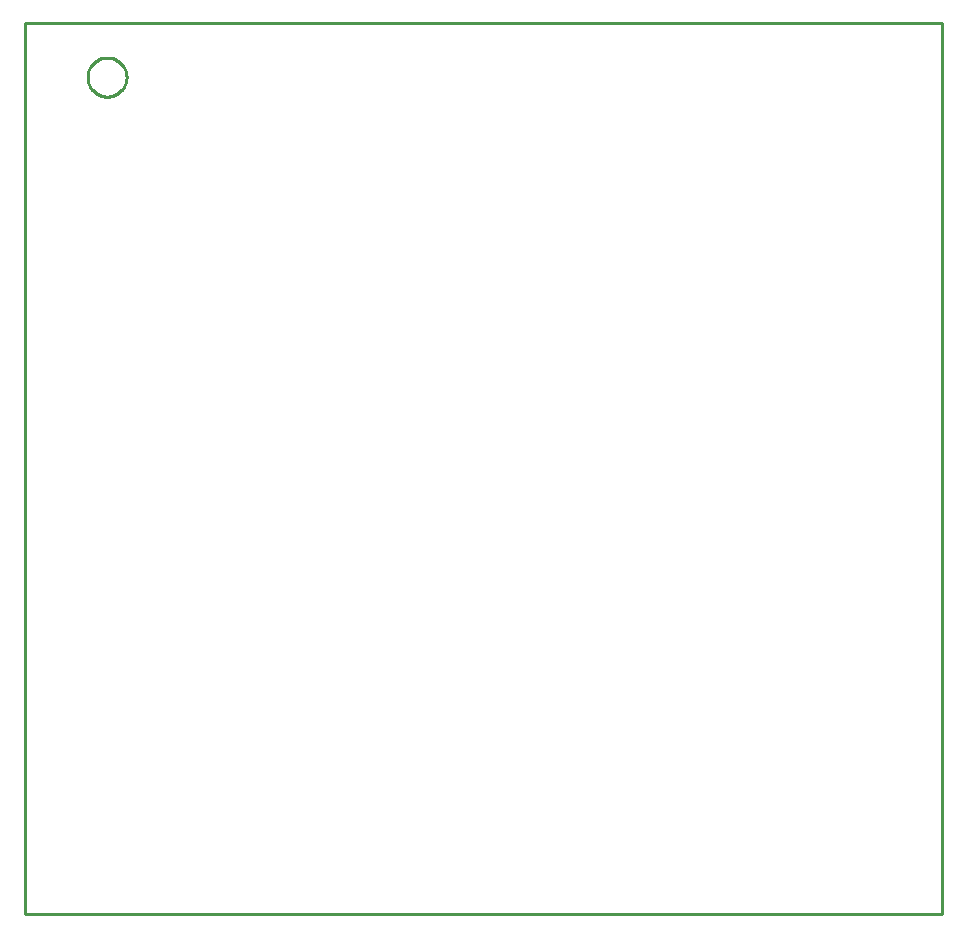
<source format=gbr>
G04 EAGLE Gerber RS-274X export*
G75*
%MOMM*%
%FSLAX34Y34*%
%LPD*%
%IN*%
%IPPOS*%
%AMOC8*
5,1,8,0,0,1.08239X$1,22.5*%
G01*
%ADD10C,0.254000*%


D10*
X69850Y0D02*
X846500Y0D01*
X846500Y754126D01*
X69850Y754126D01*
X69850Y0D01*
X156210Y708120D02*
X156139Y707041D01*
X155998Y705969D01*
X155787Y704909D01*
X155508Y703865D01*
X155160Y702841D01*
X154746Y701843D01*
X154268Y700873D01*
X153728Y699937D01*
X153127Y699038D01*
X152469Y698181D01*
X151757Y697368D01*
X150992Y696604D01*
X150179Y695891D01*
X149322Y695233D01*
X148423Y694632D01*
X147487Y694092D01*
X146517Y693614D01*
X145519Y693200D01*
X144495Y692852D01*
X143451Y692573D01*
X142391Y692362D01*
X141319Y692221D01*
X140240Y692150D01*
X139160Y692150D01*
X138081Y692221D01*
X137009Y692362D01*
X135949Y692573D01*
X134905Y692852D01*
X133881Y693200D01*
X132883Y693614D01*
X131913Y694092D01*
X130977Y694632D01*
X130078Y695233D01*
X129221Y695891D01*
X128408Y696604D01*
X127644Y697368D01*
X126931Y698181D01*
X126273Y699038D01*
X125672Y699937D01*
X125132Y700873D01*
X124654Y701843D01*
X124240Y702841D01*
X123892Y703865D01*
X123613Y704909D01*
X123402Y705969D01*
X123261Y707041D01*
X123190Y708120D01*
X123190Y709200D01*
X123261Y710279D01*
X123402Y711351D01*
X123613Y712411D01*
X123892Y713455D01*
X124240Y714479D01*
X124654Y715477D01*
X125132Y716447D01*
X125672Y717383D01*
X126273Y718282D01*
X126931Y719139D01*
X127644Y719952D01*
X128408Y720717D01*
X129221Y721429D01*
X130078Y722087D01*
X130977Y722688D01*
X131913Y723228D01*
X132883Y723706D01*
X133881Y724120D01*
X134905Y724468D01*
X135949Y724747D01*
X137009Y724958D01*
X138081Y725099D01*
X139160Y725170D01*
X140240Y725170D01*
X141319Y725099D01*
X142391Y724958D01*
X143451Y724747D01*
X144495Y724468D01*
X145519Y724120D01*
X146517Y723706D01*
X147487Y723228D01*
X148423Y722688D01*
X149322Y722087D01*
X150179Y721429D01*
X150992Y720717D01*
X151757Y719952D01*
X152469Y719139D01*
X153127Y718282D01*
X153728Y717383D01*
X154268Y716447D01*
X154746Y715477D01*
X155160Y714479D01*
X155508Y713455D01*
X155787Y712411D01*
X155998Y711351D01*
X156139Y710279D01*
X156210Y709200D01*
X156210Y708120D01*
M02*

</source>
